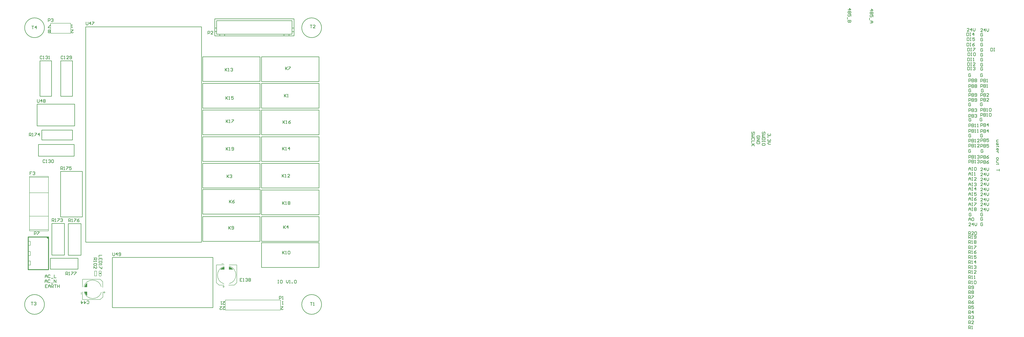
<source format=gto>
G04*
G04 #@! TF.GenerationSoftware,Altium Limited,Altium Designer,23.10.1 (27)*
G04*
G04 Layer_Color=65535*
%FSLAX25Y25*%
%MOIN*%
G70*
G04*
G04 #@! TF.SameCoordinates,11ED35D2-EC07-4038-AA85-49FD2C925FBF*
G04*
G04*
G04 #@! TF.FilePolarity,Positive*
G04*
G01*
G75*
%ADD10C,0.01000*%
%ADD11C,0.00500*%
%ADD12C,0.00787*%
%ADD13C,0.01500*%
G36*
X116400Y40000D02*
Y36700D01*
X113800Y39300D01*
X111800Y42900D01*
X111200Y45200D01*
X116400D01*
Y40000D01*
D02*
G37*
G36*
X116550Y59550D02*
Y54250D01*
X111250D01*
X111650Y56250D01*
X113900Y60100D01*
X116550Y62750D01*
Y59550D01*
D02*
G37*
G36*
X389400Y89300D02*
X380900D01*
X383500Y91900D01*
X387100Y93900D01*
X389400Y94500D01*
Y89300D01*
D02*
G37*
G36*
X400450Y94050D02*
X404300Y91800D01*
X406950Y89150D01*
X398450D01*
Y94450D01*
X400450Y94050D01*
D02*
G37*
D10*
X31496Y570866D02*
G03*
X31496Y570866I-19685J0D01*
G01*
Y19685D02*
G03*
X31496Y19685I-19685J0D01*
G01*
X582677Y570866D02*
G03*
X582677Y570866I-19685J0D01*
G01*
Y19685D02*
G03*
X582677Y19685I-19685J0D01*
G01*
X374120Y585221D02*
X523727D01*
X374120Y558221D02*
X523727D01*
X370183Y588650D02*
X527687D01*
X389851Y554792D02*
Y558221D01*
X380001Y554792D02*
Y558221D01*
X370160Y570425D02*
X373660D01*
X370160Y563375D02*
X373660D01*
Y558221D02*
Y585221D01*
X370160Y554792D02*
Y588650D01*
X527687Y554792D02*
Y588650D01*
X370183Y554792D02*
X527687D01*
X523687Y558221D02*
Y585221D01*
Y570350D02*
X527687D01*
X507947Y554792D02*
Y558221D01*
X517947Y554792D02*
Y558221D01*
X523687Y563221D02*
X527687D01*
X577418Y463858D02*
Y513070D01*
X463245D02*
X577418D01*
X463245Y463858D02*
Y513070D01*
Y463858D02*
X577418D01*
X577357Y410934D02*
Y460147D01*
X463184D02*
X577357D01*
X463184Y410934D02*
Y460147D01*
Y410934D02*
X577357D01*
Y357839D02*
Y407052D01*
X463184D02*
X577357D01*
X463184Y357839D02*
Y407052D01*
Y357839D02*
X577357D01*
Y304744D02*
Y353956D01*
X463184D02*
X577357D01*
X463184Y304744D02*
Y353956D01*
Y304744D02*
X577357D01*
X463184Y251648D02*
X577357D01*
X463184D02*
Y300861D01*
X577357D01*
Y251648D02*
Y300861D01*
Y198553D02*
Y247765D01*
X463184D02*
X577357D01*
X463184Y198553D02*
Y247765D01*
Y198553D02*
X577357D01*
Y145457D02*
Y194670D01*
X463184D02*
X577357D01*
X463184Y145457D02*
Y194670D01*
Y145457D02*
X577357D01*
Y93512D02*
Y142725D01*
X463184D02*
X577357D01*
X463184Y93512D02*
Y142725D01*
Y93512D02*
X577357D01*
X346045Y145457D02*
X460218D01*
X346045D02*
Y194670D01*
X460218D01*
Y145457D02*
Y194670D01*
X346184Y199758D02*
X460358D01*
X346184D02*
Y248970D01*
X460358D01*
Y199758D02*
Y248970D01*
X346045Y251658D02*
X460218D01*
X346045D02*
Y300870D01*
X460218D01*
Y251658D02*
Y300870D01*
X346045Y304757D02*
X460218D01*
X346045D02*
Y353970D01*
X460218D01*
Y304757D02*
Y353970D01*
X346045Y357857D02*
X460218D01*
X346045D02*
Y407070D01*
X460218D01*
Y357857D02*
Y407070D01*
X346045Y464057D02*
X460218D01*
X346045D02*
Y513270D01*
X460218D01*
Y464057D02*
Y513270D01*
X346045Y410957D02*
X460218D01*
X346045D02*
Y460170D01*
X460218D01*
Y410957D02*
Y460170D01*
X26068Y347358D02*
X87092D01*
Y367042D01*
X26068Y347358D02*
Y367042D01*
X87092D01*
X19521Y315089D02*
X90387D01*
Y338400D01*
X19521D02*
X89981D01*
X19521Y315089D02*
Y338400D01*
X366600Y13400D02*
Y113400D01*
X166600D02*
X366600D01*
X166600Y13400D02*
X366600D01*
X166600D02*
Y113400D01*
X98270Y90273D02*
Y111927D01*
X43152Y90273D02*
X98026D01*
X43152D02*
Y111927D01*
X98270D01*
X63900Y434395D02*
X87211D01*
X63900D02*
Y504855D01*
Y505261D02*
X87211D01*
Y434395D02*
Y505261D01*
X45988Y181176D02*
X71126D01*
X71264Y118184D02*
Y181176D01*
X45988Y118184D02*
X71264D01*
X45988D02*
Y181176D01*
X91590Y375346D02*
Y418653D01*
X16752Y375500D02*
Y418807D01*
X16787Y418653D02*
X91590D01*
X16787Y375346D02*
X91590D01*
X113487Y143839D02*
Y572973D01*
X343802D01*
X113487Y143839D02*
X343802D01*
Y572973D01*
X79026Y117952D02*
X104164D01*
X78888D02*
Y180944D01*
X104164D01*
Y117952D02*
Y180944D01*
X63446Y194209D02*
Y284761D01*
Y194209D02*
X106754D01*
X106754D02*
Y284761D01*
X63446D02*
X106447D01*
X22315Y505261D02*
X45626D01*
Y434800D02*
Y505261D01*
X22315Y434395D02*
X45626D01*
X22315D02*
Y505261D01*
X386064Y15622D02*
X390063D01*
X386064Y11623D01*
Y10624D01*
X387064Y9624D01*
X389063D01*
X390063Y10624D01*
X380066Y15622D02*
X384065D01*
X380066Y11623D01*
Y10624D01*
X381066Y9624D01*
X383065D01*
X384065Y10624D01*
X386064Y25622D02*
X390063D01*
X386064Y21623D01*
Y20624D01*
X387064Y19624D01*
X389063D01*
X390063Y20624D01*
X384065Y25622D02*
X382066D01*
X383065D01*
Y19624D01*
X384065Y20624D01*
X502064Y15622D02*
X506063D01*
X502064Y11623D01*
Y10624D01*
X503064Y9624D01*
X505063D01*
X506063Y10624D01*
Y25622D02*
X504064D01*
X505063D01*
Y19624D01*
X506063Y20624D01*
X84741Y566803D02*
X88740D01*
X84741Y562804D01*
Y561805D01*
X85741Y560805D01*
X87740D01*
X88740Y561805D01*
X86740Y576803D02*
X84741D01*
X85741D01*
Y570805D01*
X86740Y571805D01*
X42740Y570805D02*
X38741D01*
Y571805D01*
X42740Y575804D01*
Y576803D01*
Y561805D02*
X41741Y560805D01*
X39741D01*
X38741Y561805D01*
Y562804D01*
X39741Y563804D01*
X38741Y564804D01*
Y565803D01*
X39741Y566803D01*
X41741D01*
X42740Y565803D01*
Y564804D01*
X41741Y563804D01*
X42740Y562804D01*
Y561805D01*
X41741Y563804D02*
X39741D01*
X1913326Y530598D02*
Y524600D01*
X1916325D01*
X1917325Y525600D01*
Y529598D01*
X1916325Y530598D01*
X1913326D01*
X1919324D02*
X1921323D01*
X1920324D01*
Y524600D01*
X1919324D01*
X1921323D01*
X495600Y68098D02*
X497599D01*
X496600D01*
Y62100D01*
X495600D01*
X497599D01*
X503597Y68098D02*
X501598D01*
X500598Y67098D01*
Y63100D01*
X501598Y62100D01*
X503597D01*
X504597Y63100D01*
Y67098D01*
X503597Y68098D01*
X512595D02*
Y64099D01*
X514594Y62100D01*
X516593Y64099D01*
Y68098D01*
X518593Y62100D02*
X520592D01*
X519592D01*
Y68098D01*
X518593Y67098D01*
X523591Y62100D02*
Y63100D01*
X524591D01*
Y62100D01*
X523591D01*
X528589Y67098D02*
X529589Y68098D01*
X531588D01*
X532588Y67098D01*
Y63100D01*
X531588Y62100D01*
X529589D01*
X528589Y63100D01*
Y67098D01*
X1928825Y347600D02*
X1925826D01*
X1924826Y346600D01*
X1925826Y345601D01*
X1924826Y344601D01*
X1925826Y343601D01*
X1928825D01*
Y340602D02*
Y338603D01*
X1927825Y337603D01*
X1924826D01*
Y340602D01*
X1925826Y341602D01*
X1926825Y340602D01*
Y337603D01*
X1929824Y334604D02*
X1928825D01*
Y335604D01*
Y333605D01*
Y334604D01*
X1925826D01*
X1924826Y333605D01*
Y327607D02*
Y329606D01*
X1925826Y330606D01*
X1927825D01*
X1928825Y329606D01*
Y327607D01*
X1927825Y326607D01*
X1926825D01*
Y330606D01*
X1928825Y324607D02*
X1924826D01*
X1926825D01*
X1927825Y323608D01*
X1928825Y322608D01*
Y321608D01*
X1924826Y311612D02*
Y309612D01*
X1925826Y308613D01*
X1927825D01*
X1928825Y309612D01*
Y311612D01*
X1927825Y312611D01*
X1925826D01*
X1924826Y311612D01*
X1928825Y306613D02*
X1925826D01*
X1924826Y305614D01*
Y302615D01*
X1928825D01*
X1929824Y299616D02*
X1928825D01*
Y300615D01*
Y298616D01*
Y299616D01*
X1925826D01*
X1924826Y298616D01*
X1930824Y289619D02*
Y285620D01*
Y287619D01*
X1924826D01*
X1874325Y200798D02*
X1873325Y201798D01*
X1871326D01*
X1870326Y200798D01*
Y196800D01*
X1871326Y195800D01*
X1873325D01*
X1874325Y196800D01*
Y198799D01*
X1872325D01*
X1893426Y394600D02*
Y400598D01*
X1896425D01*
X1897425Y399598D01*
Y397599D01*
X1896425Y396599D01*
X1893426D01*
X1899424Y400598D02*
Y394600D01*
X1902423D01*
X1903423Y395600D01*
Y396599D01*
X1902423Y397599D01*
X1899424D01*
X1902423D01*
X1903423Y398599D01*
Y399598D01*
X1902423Y400598D01*
X1899424D01*
X1905422Y394600D02*
X1907421D01*
X1906422D01*
Y400598D01*
X1905422Y399598D01*
X1910420D02*
X1911420Y400598D01*
X1913420D01*
X1914419Y399598D01*
Y395600D01*
X1913420Y394600D01*
X1911420D01*
X1910420Y395600D01*
Y399598D01*
X1898125Y327498D02*
X1897125Y328498D01*
X1895126D01*
X1894126Y327498D01*
Y323500D01*
X1895126Y322500D01*
X1897125D01*
X1898125Y323500D01*
Y325499D01*
X1896125D01*
X1873625Y327398D02*
X1872625Y328398D01*
X1870626D01*
X1869626Y327398D01*
Y323400D01*
X1870626Y322400D01*
X1872625D01*
X1873625Y323400D01*
Y325399D01*
X1871625D01*
X1897025Y357998D02*
X1896025Y358998D01*
X1894026D01*
X1893026Y357998D01*
Y354000D01*
X1894026Y353000D01*
X1896025D01*
X1897025Y354000D01*
Y355999D01*
X1895025D01*
X1873725Y357998D02*
X1872725Y358998D01*
X1870726D01*
X1869726Y357998D01*
Y354000D01*
X1870726Y353000D01*
X1872725D01*
X1873725Y354000D01*
Y355999D01*
X1871725D01*
X1896225Y390198D02*
X1895225Y391198D01*
X1893226D01*
X1892226Y390198D01*
Y386200D01*
X1893226Y385200D01*
X1895225D01*
X1896225Y386200D01*
Y388199D01*
X1894225D01*
X1874025Y389698D02*
X1873025Y390698D01*
X1871026D01*
X1870026Y389698D01*
Y385700D01*
X1871026Y384700D01*
X1873025D01*
X1874025Y385700D01*
Y387699D01*
X1872025D01*
X1896825Y420398D02*
X1895825Y421398D01*
X1893826D01*
X1892826Y420398D01*
Y416400D01*
X1893826Y415400D01*
X1895825D01*
X1896825Y416400D01*
Y418399D01*
X1894825D01*
X1873625Y419998D02*
X1872625Y420998D01*
X1870626D01*
X1869626Y419998D01*
Y416000D01*
X1870626Y415000D01*
X1872625D01*
X1873625Y416000D01*
Y417999D01*
X1871625D01*
X1898725Y447898D02*
X1897725Y448898D01*
X1895726D01*
X1894726Y447898D01*
Y443900D01*
X1895726Y442900D01*
X1897725D01*
X1898725Y443900D01*
Y445899D01*
X1896725D01*
X1873725Y448198D02*
X1872725Y449198D01*
X1870726D01*
X1869726Y448198D01*
Y444200D01*
X1870726Y443200D01*
X1872725D01*
X1873725Y444200D01*
Y446199D01*
X1871725D01*
X1897125Y478398D02*
X1896125Y479398D01*
X1894126D01*
X1893126Y478398D01*
Y474400D01*
X1894126Y473400D01*
X1896125D01*
X1897125Y474400D01*
Y476399D01*
X1895125D01*
X1873325Y478498D02*
X1872325Y479498D01*
X1870326D01*
X1869326Y478498D01*
Y474500D01*
X1870326Y473500D01*
X1872325D01*
X1873325Y474500D01*
Y476499D01*
X1871325D01*
X1893526Y462700D02*
Y468698D01*
X1896525D01*
X1897525Y467698D01*
Y465699D01*
X1896525Y464699D01*
X1893526D01*
X1899524Y468698D02*
Y462700D01*
X1902523D01*
X1903523Y463700D01*
Y464699D01*
X1902523Y465699D01*
X1899524D01*
X1902523D01*
X1903523Y466699D01*
Y467698D01*
X1902523Y468698D01*
X1899524D01*
X1905522Y462700D02*
X1907521D01*
X1906522D01*
Y468698D01*
X1905522Y467698D01*
X1893526Y452100D02*
Y458098D01*
X1896525D01*
X1897525Y457098D01*
Y455099D01*
X1896525Y454099D01*
X1893526D01*
X1899524Y458098D02*
Y452100D01*
X1902523D01*
X1903523Y453100D01*
Y454099D01*
X1902523Y455099D01*
X1899524D01*
X1902523D01*
X1903523Y456099D01*
Y457098D01*
X1902523Y458098D01*
X1899524D01*
X1905522Y452100D02*
X1907521D01*
X1906522D01*
Y458098D01*
X1905522Y457098D01*
X1893526Y434000D02*
Y439998D01*
X1896525D01*
X1897525Y438998D01*
Y436999D01*
X1896525Y435999D01*
X1893526D01*
X1899524Y439998D02*
Y434000D01*
X1902523D01*
X1903523Y435000D01*
Y435999D01*
X1902523Y436999D01*
X1899524D01*
X1902523D01*
X1903523Y437999D01*
Y438998D01*
X1902523Y439998D01*
X1899524D01*
X1909521Y434000D02*
X1905522D01*
X1909521Y437999D01*
Y438998D01*
X1908521Y439998D01*
X1906522D01*
X1905522Y438998D01*
X1893526Y424400D02*
Y430398D01*
X1896525D01*
X1897525Y429398D01*
Y427399D01*
X1896525Y426399D01*
X1893526D01*
X1899524Y430398D02*
Y424400D01*
X1902523D01*
X1903523Y425400D01*
Y426399D01*
X1902523Y427399D01*
X1899524D01*
X1902523D01*
X1903523Y428399D01*
Y429398D01*
X1902523Y430398D01*
X1899524D01*
X1909521Y424400D02*
X1905522D01*
X1909521Y428399D01*
Y429398D01*
X1908521Y430398D01*
X1906522D01*
X1905522Y429398D01*
X1869926Y403900D02*
Y409898D01*
X1872925D01*
X1873925Y408898D01*
Y406899D01*
X1872925Y405899D01*
X1869926D01*
X1875924Y409898D02*
Y403900D01*
X1878923D01*
X1879923Y404900D01*
Y405899D01*
X1878923Y406899D01*
X1875924D01*
X1878923D01*
X1879923Y407899D01*
Y408898D01*
X1878923Y409898D01*
X1875924D01*
X1881922Y408898D02*
X1882922Y409898D01*
X1884921D01*
X1885921Y408898D01*
Y407899D01*
X1884921Y406899D01*
X1883921D01*
X1884921D01*
X1885921Y405899D01*
Y404900D01*
X1884921Y403900D01*
X1882922D01*
X1881922Y404900D01*
X1869926Y392500D02*
Y398498D01*
X1872925D01*
X1873925Y397498D01*
Y395499D01*
X1872925Y394499D01*
X1869926D01*
X1875924Y398498D02*
Y392500D01*
X1878923D01*
X1879923Y393500D01*
Y394499D01*
X1878923Y395499D01*
X1875924D01*
X1878923D01*
X1879923Y396499D01*
Y397498D01*
X1878923Y398498D01*
X1875924D01*
X1881922Y397498D02*
X1882922Y398498D01*
X1884921D01*
X1885921Y397498D01*
Y396499D01*
X1884921Y395499D01*
X1883921D01*
X1884921D01*
X1885921Y394499D01*
Y393500D01*
X1884921Y392500D01*
X1882922D01*
X1881922Y393500D01*
X1893526Y300600D02*
Y306598D01*
X1896525D01*
X1897525Y305598D01*
Y303599D01*
X1896525Y302599D01*
X1893526D01*
X1899524Y306598D02*
Y300600D01*
X1902523D01*
X1903523Y301600D01*
Y302599D01*
X1902523Y303599D01*
X1899524D01*
X1902523D01*
X1903523Y304599D01*
Y305598D01*
X1902523Y306598D01*
X1899524D01*
X1909521D02*
X1907521Y305598D01*
X1905522Y303599D01*
Y301600D01*
X1906522Y300600D01*
X1908521D01*
X1909521Y301600D01*
Y302599D01*
X1908521Y303599D01*
X1905522D01*
X1893526Y310500D02*
Y316498D01*
X1896525D01*
X1897525Y315498D01*
Y313499D01*
X1896525Y312499D01*
X1893526D01*
X1899524Y316498D02*
Y310500D01*
X1902523D01*
X1903523Y311500D01*
Y312499D01*
X1902523Y313499D01*
X1899524D01*
X1902523D01*
X1903523Y314499D01*
Y315498D01*
X1902523Y316498D01*
X1899524D01*
X1909521D02*
X1907521Y315498D01*
X1905522Y313499D01*
Y311500D01*
X1906522Y310500D01*
X1908521D01*
X1909521Y311500D01*
Y312499D01*
X1908521Y313499D01*
X1905522D01*
X1869926Y301500D02*
Y307498D01*
X1872925D01*
X1873925Y306498D01*
Y304499D01*
X1872925Y303499D01*
X1869926D01*
X1875924Y307498D02*
Y301500D01*
X1878923D01*
X1879923Y302500D01*
Y303499D01*
X1878923Y304499D01*
X1875924D01*
X1878923D01*
X1879923Y305499D01*
Y306498D01*
X1878923Y307498D01*
X1875924D01*
X1881922Y301500D02*
X1883921D01*
X1882922D01*
Y307498D01*
X1881922Y306498D01*
X1886921D02*
X1887920Y307498D01*
X1889920D01*
X1890919Y306498D01*
Y305499D01*
X1889920Y304499D01*
X1888920D01*
X1889920D01*
X1890919Y303499D01*
Y302500D01*
X1889920Y301500D01*
X1887920D01*
X1886921Y302500D01*
X1869926Y310900D02*
Y316898D01*
X1872925D01*
X1873925Y315898D01*
Y313899D01*
X1872925Y312899D01*
X1869926D01*
X1875924Y316898D02*
Y310900D01*
X1878923D01*
X1879923Y311900D01*
Y312899D01*
X1878923Y313899D01*
X1875924D01*
X1878923D01*
X1879923Y314899D01*
Y315898D01*
X1878923Y316898D01*
X1875924D01*
X1881922Y310900D02*
X1883921D01*
X1882922D01*
Y316898D01*
X1881922Y315898D01*
X1886921D02*
X1887920Y316898D01*
X1889920D01*
X1890919Y315898D01*
Y314899D01*
X1889920Y313899D01*
X1888920D01*
X1889920D01*
X1890919Y312899D01*
Y311900D01*
X1889920Y310900D01*
X1887920D01*
X1886921Y311900D01*
X1869926Y333200D02*
Y339198D01*
X1872925D01*
X1873925Y338198D01*
Y336199D01*
X1872925Y335199D01*
X1869926D01*
X1875924Y339198D02*
Y333200D01*
X1878923D01*
X1879923Y334200D01*
Y335199D01*
X1878923Y336199D01*
X1875924D01*
X1878923D01*
X1879923Y337199D01*
Y338198D01*
X1878923Y339198D01*
X1875924D01*
X1881922Y333200D02*
X1883921D01*
X1882922D01*
Y339198D01*
X1881922Y338198D01*
X1890919Y333200D02*
X1886921D01*
X1890919Y337199D01*
Y338198D01*
X1889920Y339198D01*
X1887920D01*
X1886921Y338198D01*
X1869926Y343200D02*
Y349198D01*
X1872925D01*
X1873925Y348198D01*
Y346199D01*
X1872925Y345199D01*
X1869926D01*
X1875924Y349198D02*
Y343200D01*
X1878923D01*
X1879923Y344200D01*
Y345199D01*
X1878923Y346199D01*
X1875924D01*
X1878923D01*
X1879923Y347199D01*
Y348198D01*
X1878923Y349198D01*
X1875924D01*
X1881922Y343200D02*
X1883921D01*
X1882922D01*
Y349198D01*
X1881922Y348198D01*
X1890919Y343200D02*
X1886921D01*
X1890919Y347199D01*
Y348198D01*
X1889920Y349198D01*
X1887920D01*
X1886921Y348198D01*
X1893526Y343900D02*
Y349898D01*
X1896525D01*
X1897525Y348898D01*
Y346899D01*
X1896525Y345899D01*
X1893526D01*
X1899524Y349898D02*
Y343900D01*
X1902523D01*
X1903523Y344900D01*
Y345899D01*
X1902523Y346899D01*
X1899524D01*
X1902523D01*
X1903523Y347899D01*
Y348898D01*
X1902523Y349898D01*
X1899524D01*
X1909521D02*
X1905522D01*
Y346899D01*
X1907521Y347899D01*
X1908521D01*
X1909521Y346899D01*
Y344900D01*
X1908521Y343900D01*
X1906522D01*
X1905522Y344900D01*
X1893526Y332700D02*
Y338698D01*
X1896525D01*
X1897525Y337698D01*
Y335699D01*
X1896525Y334699D01*
X1893526D01*
X1899524Y338698D02*
Y332700D01*
X1902523D01*
X1903523Y333700D01*
Y334699D01*
X1902523Y335699D01*
X1899524D01*
X1902523D01*
X1903523Y336699D01*
Y337698D01*
X1902523Y338698D01*
X1899524D01*
X1909521D02*
X1905522D01*
Y335699D01*
X1907521Y336699D01*
X1908521D01*
X1909521Y335699D01*
Y333700D01*
X1908521Y332700D01*
X1906522D01*
X1905522Y333700D01*
X1869926Y373600D02*
Y379598D01*
X1872925D01*
X1873925Y378598D01*
Y376599D01*
X1872925Y375599D01*
X1869926D01*
X1875924Y379598D02*
Y373600D01*
X1878923D01*
X1879923Y374600D01*
Y375599D01*
X1878923Y376599D01*
X1875924D01*
X1878923D01*
X1879923Y377599D01*
Y378598D01*
X1878923Y379598D01*
X1875924D01*
X1881922Y373600D02*
X1883921D01*
X1882922D01*
Y379598D01*
X1881922Y378598D01*
X1886921Y373600D02*
X1888920D01*
X1887920D01*
Y379598D01*
X1886921Y378598D01*
X1869926Y362500D02*
Y368498D01*
X1872925D01*
X1873925Y367498D01*
Y365499D01*
X1872925Y364499D01*
X1869926D01*
X1875924Y368498D02*
Y362500D01*
X1878923D01*
X1879923Y363500D01*
Y364499D01*
X1878923Y365499D01*
X1875924D01*
X1878923D01*
X1879923Y366499D01*
Y367498D01*
X1878923Y368498D01*
X1875924D01*
X1881922Y362500D02*
X1883921D01*
X1882922D01*
Y368498D01*
X1881922Y367498D01*
X1886921Y362500D02*
X1888920D01*
X1887920D01*
Y368498D01*
X1886921Y367498D01*
X1893526Y374100D02*
Y380098D01*
X1896525D01*
X1897525Y379098D01*
Y377099D01*
X1896525Y376099D01*
X1893526D01*
X1899524Y380098D02*
Y374100D01*
X1902523D01*
X1903523Y375100D01*
Y376099D01*
X1902523Y377099D01*
X1899524D01*
X1902523D01*
X1903523Y378099D01*
Y379098D01*
X1902523Y380098D01*
X1899524D01*
X1908521Y374100D02*
Y380098D01*
X1905522Y377099D01*
X1909521D01*
X1893526Y362000D02*
Y367998D01*
X1896525D01*
X1897525Y366998D01*
Y364999D01*
X1896525Y363999D01*
X1893526D01*
X1899524Y367998D02*
Y362000D01*
X1902523D01*
X1903523Y363000D01*
Y363999D01*
X1902523Y364999D01*
X1899524D01*
X1902523D01*
X1903523Y365999D01*
Y366998D01*
X1902523Y367998D01*
X1899524D01*
X1908521Y362000D02*
Y367998D01*
X1905522Y364999D01*
X1909521D01*
X1893526Y404600D02*
Y410598D01*
X1896525D01*
X1897525Y409598D01*
Y407599D01*
X1896525Y406599D01*
X1893526D01*
X1899524Y410598D02*
Y404600D01*
X1902523D01*
X1903523Y405600D01*
Y406599D01*
X1902523Y407599D01*
X1899524D01*
X1902523D01*
X1903523Y408599D01*
Y409598D01*
X1902523Y410598D01*
X1899524D01*
X1905522Y404600D02*
X1907521D01*
X1906522D01*
Y410598D01*
X1905522Y409598D01*
X1910521D02*
X1911520Y410598D01*
X1913520D01*
X1914519Y409598D01*
Y405600D01*
X1913520Y404600D01*
X1911520D01*
X1910521Y405600D01*
Y409598D01*
X1869926Y434200D02*
Y440198D01*
X1872925D01*
X1873925Y439198D01*
Y437199D01*
X1872925Y436199D01*
X1869926D01*
X1875924Y440198D02*
Y434200D01*
X1878923D01*
X1879923Y435200D01*
Y436199D01*
X1878923Y437199D01*
X1875924D01*
X1878923D01*
X1879923Y438199D01*
Y439198D01*
X1878923Y440198D01*
X1875924D01*
X1881922Y435200D02*
X1882922Y434200D01*
X1884921D01*
X1885921Y435200D01*
Y439198D01*
X1884921Y440198D01*
X1882922D01*
X1881922Y439198D01*
Y438199D01*
X1882922Y437199D01*
X1885921D01*
X1869926Y424100D02*
Y430098D01*
X1872925D01*
X1873925Y429098D01*
Y427099D01*
X1872925Y426099D01*
X1869926D01*
X1875924Y430098D02*
Y424100D01*
X1878923D01*
X1879923Y425100D01*
Y426099D01*
X1878923Y427099D01*
X1875924D01*
X1878923D01*
X1879923Y428099D01*
Y429098D01*
X1878923Y430098D01*
X1875924D01*
X1881922Y425100D02*
X1882922Y424100D01*
X1884921D01*
X1885921Y425100D01*
Y429098D01*
X1884921Y430098D01*
X1882922D01*
X1881922Y429098D01*
Y428099D01*
X1882922Y427099D01*
X1885921D01*
X1869926Y463000D02*
Y468998D01*
X1872925D01*
X1873925Y467998D01*
Y465999D01*
X1872925Y464999D01*
X1869926D01*
X1875924Y468998D02*
Y463000D01*
X1878923D01*
X1879923Y464000D01*
Y464999D01*
X1878923Y465999D01*
X1875924D01*
X1878923D01*
X1879923Y466999D01*
Y467998D01*
X1878923Y468998D01*
X1875924D01*
X1881922Y467998D02*
X1882922Y468998D01*
X1884921D01*
X1885921Y467998D01*
Y466999D01*
X1884921Y465999D01*
X1885921Y464999D01*
Y464000D01*
X1884921Y463000D01*
X1882922D01*
X1881922Y464000D01*
Y464999D01*
X1882922Y465999D01*
X1881922Y466999D01*
Y467998D01*
X1882922Y465999D02*
X1884921D01*
X1869926Y451900D02*
Y457898D01*
X1872925D01*
X1873925Y456898D01*
Y454899D01*
X1872925Y453899D01*
X1869926D01*
X1875924Y457898D02*
Y451900D01*
X1878923D01*
X1879923Y452900D01*
Y453899D01*
X1878923Y454899D01*
X1875924D01*
X1878923D01*
X1879923Y455899D01*
Y456898D01*
X1878923Y457898D01*
X1875924D01*
X1881922Y456898D02*
X1882922Y457898D01*
X1884921D01*
X1885921Y456898D01*
Y455899D01*
X1884921Y454899D01*
X1885921Y453899D01*
Y452900D01*
X1884921Y451900D01*
X1882922D01*
X1881922Y452900D01*
Y453899D01*
X1882922Y454899D01*
X1881922Y455899D01*
Y456898D01*
X1882922Y454899D02*
X1884921D01*
X1869926Y286900D02*
Y290899D01*
X1871925Y292898D01*
X1873925Y290899D01*
Y286900D01*
Y289899D01*
X1869926D01*
X1875924Y292898D02*
X1877923D01*
X1876924D01*
Y286900D01*
X1875924D01*
X1877923D01*
X1880923Y291898D02*
X1881922Y292898D01*
X1883921D01*
X1884921Y291898D01*
Y287900D01*
X1883921Y286900D01*
X1881922D01*
X1880923Y287900D01*
Y291898D01*
X1869926Y276900D02*
Y280899D01*
X1871925Y282898D01*
X1873925Y280899D01*
Y276900D01*
Y279899D01*
X1869926D01*
X1875924Y282898D02*
X1877923D01*
X1876924D01*
Y276900D01*
X1875924D01*
X1877923D01*
X1880923D02*
X1882922D01*
X1881922D01*
Y282898D01*
X1880923Y281898D01*
X1869926Y266700D02*
Y270699D01*
X1871925Y272698D01*
X1873925Y270699D01*
Y266700D01*
Y269699D01*
X1869926D01*
X1875924Y272698D02*
X1877923D01*
X1876924D01*
Y266700D01*
X1875924D01*
X1877923D01*
X1884921D02*
X1880923D01*
X1884921Y270699D01*
Y271698D01*
X1883921Y272698D01*
X1881922D01*
X1880923Y271698D01*
X1869926Y255900D02*
Y259899D01*
X1871925Y261898D01*
X1873925Y259899D01*
Y255900D01*
Y258899D01*
X1869926D01*
X1875924Y261898D02*
X1877923D01*
X1876924D01*
Y255900D01*
X1875924D01*
X1877923D01*
X1880923Y260898D02*
X1881922Y261898D01*
X1883921D01*
X1884921Y260898D01*
Y259899D01*
X1883921Y258899D01*
X1882922D01*
X1883921D01*
X1884921Y257899D01*
Y256900D01*
X1883921Y255900D01*
X1881922D01*
X1880923Y256900D01*
X1869926Y246900D02*
Y250899D01*
X1871925Y252898D01*
X1873925Y250899D01*
Y246900D01*
Y249899D01*
X1869926D01*
X1875924Y252898D02*
X1877923D01*
X1876924D01*
Y246900D01*
X1875924D01*
X1877923D01*
X1883921D02*
Y252898D01*
X1880923Y249899D01*
X1884921D01*
X1869926Y236600D02*
Y240599D01*
X1871925Y242598D01*
X1873925Y240599D01*
Y236600D01*
Y239599D01*
X1869926D01*
X1875924Y242598D02*
X1877923D01*
X1876924D01*
Y236600D01*
X1875924D01*
X1877923D01*
X1884921Y242598D02*
X1880923D01*
Y239599D01*
X1882922Y240599D01*
X1883921D01*
X1884921Y239599D01*
Y237600D01*
X1883921Y236600D01*
X1881922D01*
X1880923Y237600D01*
X1869926Y226800D02*
Y230799D01*
X1871925Y232798D01*
X1873925Y230799D01*
Y226800D01*
Y229799D01*
X1869926D01*
X1875924Y232798D02*
X1877923D01*
X1876924D01*
Y226800D01*
X1875924D01*
X1877923D01*
X1884921Y232798D02*
X1882922Y231798D01*
X1880923Y229799D01*
Y227800D01*
X1881922Y226800D01*
X1883921D01*
X1884921Y227800D01*
Y228799D01*
X1883921Y229799D01*
X1880923D01*
X1869926Y216200D02*
Y220199D01*
X1871925Y222198D01*
X1873925Y220199D01*
Y216200D01*
Y219199D01*
X1869926D01*
X1875924Y222198D02*
X1877923D01*
X1876924D01*
Y216200D01*
X1875924D01*
X1877923D01*
X1880923Y222198D02*
X1884921D01*
Y221198D01*
X1880923Y217200D01*
Y216200D01*
X1869926Y206400D02*
Y210399D01*
X1871925Y212398D01*
X1873925Y210399D01*
Y206400D01*
Y209399D01*
X1869926D01*
X1875924Y212398D02*
X1877923D01*
X1876924D01*
Y206400D01*
X1875924D01*
X1877923D01*
X1880923Y211398D02*
X1881922Y212398D01*
X1883921D01*
X1884921Y211398D01*
Y210399D01*
X1883921Y209399D01*
X1884921Y208399D01*
Y207400D01*
X1883921Y206400D01*
X1881922D01*
X1880923Y207400D01*
Y208399D01*
X1881922Y209399D01*
X1880923Y210399D01*
Y211398D01*
X1881922Y209399D02*
X1883921D01*
X1869926Y186400D02*
Y190399D01*
X1871925Y192398D01*
X1873925Y190399D01*
Y186400D01*
Y189399D01*
X1869926D01*
X1878923Y192398D02*
X1876924D01*
X1875924Y191398D01*
Y187400D01*
X1876924Y186400D01*
X1878923D01*
X1879923Y187400D01*
Y191398D01*
X1878923Y192398D01*
X1873925Y176000D02*
X1869926D01*
X1873925Y179999D01*
Y180998D01*
X1872925Y181998D01*
X1870926D01*
X1869926Y180998D01*
X1878923Y176000D02*
Y181998D01*
X1875924Y178999D01*
X1879923D01*
X1881922Y181998D02*
Y177999D01*
X1883921Y176000D01*
X1885921Y177999D01*
Y181998D01*
X1897525Y205900D02*
X1893526D01*
X1897525Y209899D01*
Y210898D01*
X1896525Y211898D01*
X1894526D01*
X1893526Y210898D01*
X1902523Y205900D02*
Y211898D01*
X1899524Y208899D01*
X1903523D01*
X1905522Y211898D02*
Y207899D01*
X1907521Y205900D01*
X1909521Y207899D01*
Y211898D01*
X1897525Y216000D02*
X1893526D01*
X1897525Y219999D01*
Y220998D01*
X1896525Y221998D01*
X1894526D01*
X1893526Y220998D01*
X1902523Y216000D02*
Y221998D01*
X1899524Y218999D01*
X1903523D01*
X1905522Y221998D02*
Y217999D01*
X1907521Y216000D01*
X1909521Y217999D01*
Y221998D01*
X1897525Y225500D02*
X1893526D01*
X1897525Y229499D01*
Y230498D01*
X1896525Y231498D01*
X1894526D01*
X1893526Y230498D01*
X1902523Y225500D02*
Y231498D01*
X1899524Y228499D01*
X1903523D01*
X1905522Y231498D02*
Y227499D01*
X1907521Y225500D01*
X1909521Y227499D01*
Y231498D01*
X1897525Y236200D02*
X1893526D01*
X1897525Y240199D01*
Y241198D01*
X1896525Y242198D01*
X1894526D01*
X1893526Y241198D01*
X1902523Y236200D02*
Y242198D01*
X1899524Y239199D01*
X1903523D01*
X1905522Y242198D02*
Y238199D01*
X1907521Y236200D01*
X1909521Y238199D01*
Y242198D01*
X1897525Y245900D02*
X1893526D01*
X1897525Y249899D01*
Y250898D01*
X1896525Y251898D01*
X1894526D01*
X1893526Y250898D01*
X1902523Y245900D02*
Y251898D01*
X1899524Y248899D01*
X1903523D01*
X1905522Y251898D02*
Y247899D01*
X1907521Y245900D01*
X1909521Y247899D01*
Y251898D01*
X1897525Y256000D02*
X1893526D01*
X1897525Y259999D01*
Y260998D01*
X1896525Y261998D01*
X1894526D01*
X1893526Y260998D01*
X1902523Y256000D02*
Y261998D01*
X1899524Y258999D01*
X1903523D01*
X1905522Y261998D02*
Y257999D01*
X1907521Y256000D01*
X1909521Y257999D01*
Y261998D01*
X1897525Y265900D02*
X1893526D01*
X1897525Y269899D01*
Y270898D01*
X1896525Y271898D01*
X1894526D01*
X1893526Y270898D01*
X1902523Y265900D02*
Y271898D01*
X1899524Y268899D01*
X1903523D01*
X1905522Y271898D02*
Y267899D01*
X1907521Y265900D01*
X1909521Y267899D01*
Y271898D01*
X1897525Y275900D02*
X1893526D01*
X1897525Y279899D01*
Y280898D01*
X1896525Y281898D01*
X1894526D01*
X1893526Y280898D01*
X1902523Y275900D02*
Y281898D01*
X1899524Y278899D01*
X1903523D01*
X1905522Y281898D02*
Y277899D01*
X1907521Y275900D01*
X1909521Y277899D01*
Y281898D01*
X1897525Y285800D02*
X1893526D01*
X1897525Y289799D01*
Y290798D01*
X1896525Y291798D01*
X1894526D01*
X1893526Y290798D01*
X1902523Y285800D02*
Y291798D01*
X1899524Y288799D01*
X1903523D01*
X1905522Y291798D02*
Y287799D01*
X1907521Y285800D01*
X1909521Y287799D01*
Y291798D01*
X1897525Y201198D02*
X1896525Y202198D01*
X1894526D01*
X1893526Y201198D01*
Y197200D01*
X1894526Y196200D01*
X1896525D01*
X1897525Y197200D01*
Y199199D01*
X1895525D01*
X1897525Y191998D02*
X1896525Y192998D01*
X1894526D01*
X1893526Y191998D01*
Y188000D01*
X1894526Y187000D01*
X1896525D01*
X1897525Y188000D01*
Y189999D01*
X1895525D01*
X1897525Y181398D02*
X1896525Y182398D01*
X1894526D01*
X1893526Y181398D01*
Y177400D01*
X1894526Y176400D01*
X1896525D01*
X1897525Y177400D01*
Y179399D01*
X1895525D01*
X1869426Y-28700D02*
Y-22702D01*
X1872425D01*
X1873425Y-23702D01*
Y-25701D01*
X1872425Y-26701D01*
X1869426D01*
X1871425D02*
X1873425Y-28700D01*
X1875424D02*
X1877423D01*
X1876424D01*
Y-22702D01*
X1875424Y-23702D01*
X1869426Y-18800D02*
Y-12802D01*
X1872425D01*
X1873425Y-13802D01*
Y-15801D01*
X1872425Y-16801D01*
X1869426D01*
X1871425D02*
X1873425Y-18800D01*
X1879423D02*
X1875424D01*
X1879423Y-14801D01*
Y-13802D01*
X1878423Y-12802D01*
X1876424D01*
X1875424Y-13802D01*
X1869426Y-8900D02*
Y-2902D01*
X1872425D01*
X1873425Y-3902D01*
Y-5901D01*
X1872425Y-6901D01*
X1869426D01*
X1871425D02*
X1873425Y-8900D01*
X1875424Y-3902D02*
X1876424Y-2902D01*
X1878423D01*
X1879423Y-3902D01*
Y-4901D01*
X1878423Y-5901D01*
X1877423D01*
X1878423D01*
X1879423Y-6901D01*
Y-7900D01*
X1878423Y-8900D01*
X1876424D01*
X1875424Y-7900D01*
X1869426Y1100D02*
Y7098D01*
X1872425D01*
X1873425Y6098D01*
Y4099D01*
X1872425Y3099D01*
X1869426D01*
X1871425D02*
X1873425Y1100D01*
X1878423D02*
Y7098D01*
X1875424Y4099D01*
X1879423D01*
X1869426Y11100D02*
Y17098D01*
X1872425D01*
X1873425Y16098D01*
Y14099D01*
X1872425Y13099D01*
X1869426D01*
X1871425D02*
X1873425Y11100D01*
X1879423Y17098D02*
X1875424D01*
Y14099D01*
X1877423Y15099D01*
X1878423D01*
X1879423Y14099D01*
Y12100D01*
X1878423Y11100D01*
X1876424D01*
X1875424Y12100D01*
X1869426Y21000D02*
Y26998D01*
X1872425D01*
X1873425Y25998D01*
Y23999D01*
X1872425Y22999D01*
X1869426D01*
X1871425D02*
X1873425Y21000D01*
X1879423Y26998D02*
X1877423Y25998D01*
X1875424Y23999D01*
Y22000D01*
X1876424Y21000D01*
X1878423D01*
X1879423Y22000D01*
Y22999D01*
X1878423Y23999D01*
X1875424D01*
X1869426Y31300D02*
Y37298D01*
X1872425D01*
X1873425Y36298D01*
Y34299D01*
X1872425Y33299D01*
X1869426D01*
X1871425D02*
X1873425Y31300D01*
X1875424Y37298D02*
X1879423D01*
Y36298D01*
X1875424Y32300D01*
Y31300D01*
X1869426Y41200D02*
Y47198D01*
X1872425D01*
X1873425Y46198D01*
Y44199D01*
X1872425Y43199D01*
X1869426D01*
X1871425D02*
X1873425Y41200D01*
X1875424Y46198D02*
X1876424Y47198D01*
X1878423D01*
X1879423Y46198D01*
Y45199D01*
X1878423Y44199D01*
X1879423Y43199D01*
Y42200D01*
X1878423Y41200D01*
X1876424D01*
X1875424Y42200D01*
Y43199D01*
X1876424Y44199D01*
X1875424Y45199D01*
Y46198D01*
X1876424Y44199D02*
X1878423D01*
X1869426Y50900D02*
Y56898D01*
X1872425D01*
X1873425Y55898D01*
Y53899D01*
X1872425Y52899D01*
X1869426D01*
X1871425D02*
X1873425Y50900D01*
X1875424Y51900D02*
X1876424Y50900D01*
X1878423D01*
X1879423Y51900D01*
Y55898D01*
X1878423Y56898D01*
X1876424D01*
X1875424Y55898D01*
Y54899D01*
X1876424Y53899D01*
X1879423D01*
X1869426Y60900D02*
Y66898D01*
X1872425D01*
X1873425Y65898D01*
Y63899D01*
X1872425Y62899D01*
X1869426D01*
X1871425D02*
X1873425Y60900D01*
X1875424D02*
X1877423D01*
X1876424D01*
Y66898D01*
X1875424Y65898D01*
X1880423D02*
X1881422Y66898D01*
X1883422D01*
X1884421Y65898D01*
Y61900D01*
X1883422Y60900D01*
X1881422D01*
X1880423Y61900D01*
Y65898D01*
X1869426Y71300D02*
Y77298D01*
X1872425D01*
X1873425Y76298D01*
Y74299D01*
X1872425Y73299D01*
X1869426D01*
X1871425D02*
X1873425Y71300D01*
X1875424D02*
X1877423D01*
X1876424D01*
Y77298D01*
X1875424Y76298D01*
X1880423Y71300D02*
X1882422D01*
X1881422D01*
Y77298D01*
X1880423Y76298D01*
X1869426Y81400D02*
Y87398D01*
X1872425D01*
X1873425Y86398D01*
Y84399D01*
X1872425Y83399D01*
X1869426D01*
X1871425D02*
X1873425Y81400D01*
X1875424D02*
X1877423D01*
X1876424D01*
Y87398D01*
X1875424Y86398D01*
X1884421Y81400D02*
X1880423D01*
X1884421Y85399D01*
Y86398D01*
X1883422Y87398D01*
X1881422D01*
X1880423Y86398D01*
X1869426Y91300D02*
Y97298D01*
X1872425D01*
X1873425Y96298D01*
Y94299D01*
X1872425Y93299D01*
X1869426D01*
X1871425D02*
X1873425Y91300D01*
X1875424D02*
X1877423D01*
X1876424D01*
Y97298D01*
X1875424Y96298D01*
X1880423D02*
X1881422Y97298D01*
X1883422D01*
X1884421Y96298D01*
Y95299D01*
X1883422Y94299D01*
X1882422D01*
X1883422D01*
X1884421Y93299D01*
Y92300D01*
X1883422Y91300D01*
X1881422D01*
X1880423Y92300D01*
X1869426Y101100D02*
Y107098D01*
X1872425D01*
X1873425Y106098D01*
Y104099D01*
X1872425Y103099D01*
X1869426D01*
X1871425D02*
X1873425Y101100D01*
X1875424D02*
X1877423D01*
X1876424D01*
Y107098D01*
X1875424Y106098D01*
X1883422Y101100D02*
Y107098D01*
X1880423Y104099D01*
X1884421D01*
X1869426Y111100D02*
Y117098D01*
X1872425D01*
X1873425Y116098D01*
Y114099D01*
X1872425Y113099D01*
X1869426D01*
X1871425D02*
X1873425Y111100D01*
X1875424D02*
X1877423D01*
X1876424D01*
Y117098D01*
X1875424Y116098D01*
X1884421Y117098D02*
X1880423D01*
Y114099D01*
X1882422Y115099D01*
X1883422D01*
X1884421Y114099D01*
Y112100D01*
X1883422Y111100D01*
X1881422D01*
X1880423Y112100D01*
X1869426Y121200D02*
Y127198D01*
X1872425D01*
X1873425Y126198D01*
Y124199D01*
X1872425Y123199D01*
X1869426D01*
X1871425D02*
X1873425Y121200D01*
X1875424D02*
X1877423D01*
X1876424D01*
Y127198D01*
X1875424Y126198D01*
X1884421Y127198D02*
X1882422Y126198D01*
X1880423Y124199D01*
Y122200D01*
X1881422Y121200D01*
X1883422D01*
X1884421Y122200D01*
Y123199D01*
X1883422Y124199D01*
X1880423D01*
X1869426Y130600D02*
Y136598D01*
X1872425D01*
X1873425Y135598D01*
Y133599D01*
X1872425Y132599D01*
X1869426D01*
X1871425D02*
X1873425Y130600D01*
X1875424D02*
X1877423D01*
X1876424D01*
Y136598D01*
X1875424Y135598D01*
X1880423Y136598D02*
X1884421D01*
Y135598D01*
X1880423Y131600D01*
Y130600D01*
X1869426Y141000D02*
Y146998D01*
X1872425D01*
X1873425Y145998D01*
Y143999D01*
X1872425Y142999D01*
X1869426D01*
X1871425D02*
X1873425Y141000D01*
X1875424D02*
X1877423D01*
X1876424D01*
Y146998D01*
X1875424Y145998D01*
X1880423D02*
X1881422Y146998D01*
X1883422D01*
X1884421Y145998D01*
Y144999D01*
X1883422Y143999D01*
X1884421Y142999D01*
Y142000D01*
X1883422Y141000D01*
X1881422D01*
X1880423Y142000D01*
Y142999D01*
X1881422Y143999D01*
X1880423Y144999D01*
Y145998D01*
X1881422Y143999D02*
X1883422D01*
X1869426Y151000D02*
Y156998D01*
X1872425D01*
X1873425Y155998D01*
Y153999D01*
X1872425Y152999D01*
X1869426D01*
X1871425D02*
X1873425Y151000D01*
X1875424D02*
X1877423D01*
X1876424D01*
Y156998D01*
X1875424Y155998D01*
X1880423Y152000D02*
X1881422Y151000D01*
X1883422D01*
X1884421Y152000D01*
Y155998D01*
X1883422Y156998D01*
X1881422D01*
X1880423Y155998D01*
Y154999D01*
X1881422Y153999D01*
X1884421D01*
X1869426Y158700D02*
Y164698D01*
X1872425D01*
X1873425Y163698D01*
Y161699D01*
X1872425Y160699D01*
X1869426D01*
X1871425D02*
X1873425Y158700D01*
X1879423D02*
X1875424D01*
X1879423Y162699D01*
Y163698D01*
X1878423Y164698D01*
X1876424D01*
X1875424Y163698D01*
X1881422D02*
X1882422Y164698D01*
X1884421D01*
X1885421Y163698D01*
Y159700D01*
X1884421Y158700D01*
X1882422D01*
X1881422Y159700D01*
Y163698D01*
X1870525Y563800D02*
X1866526D01*
X1870525Y567799D01*
Y568798D01*
X1869525Y569798D01*
X1867526D01*
X1866526Y568798D01*
X1875523Y563800D02*
Y569798D01*
X1872524Y566799D01*
X1876523D01*
X1878522Y569798D02*
Y565799D01*
X1880522Y563800D01*
X1882521Y565799D01*
Y569798D01*
X1897525Y563200D02*
X1893526D01*
X1897525Y567199D01*
Y568198D01*
X1896525Y569198D01*
X1894526D01*
X1893526Y568198D01*
X1902523Y563200D02*
Y569198D01*
X1899524Y566199D01*
X1903523D01*
X1905522Y569198D02*
Y565199D01*
X1907521Y563200D01*
X1909521Y565199D01*
Y569198D01*
X1897525Y559198D02*
X1896525Y560198D01*
X1894526D01*
X1893526Y559198D01*
Y555200D01*
X1894526Y554200D01*
X1896525D01*
X1897525Y555200D01*
Y557199D01*
X1895525D01*
X1897525Y549598D02*
X1896525Y550598D01*
X1894526D01*
X1893526Y549598D01*
Y545600D01*
X1894526Y544600D01*
X1896525D01*
X1897525Y545600D01*
Y547599D01*
X1895525D01*
X1897525Y539398D02*
X1896525Y540398D01*
X1894526D01*
X1893526Y539398D01*
Y535400D01*
X1894526Y534400D01*
X1896525D01*
X1897525Y535400D01*
Y537399D01*
X1895525D01*
X1897525Y528898D02*
X1896525Y529898D01*
X1894526D01*
X1893526Y528898D01*
Y524900D01*
X1894526Y523900D01*
X1896525D01*
X1897525Y524900D01*
Y526899D01*
X1895525D01*
X1897525Y519198D02*
X1896525Y520198D01*
X1894526D01*
X1893526Y519198D01*
Y515200D01*
X1894526Y514200D01*
X1896525D01*
X1897525Y515200D01*
Y517199D01*
X1895525D01*
X1897525Y509398D02*
X1896525Y510398D01*
X1894526D01*
X1893526Y509398D01*
Y505400D01*
X1894526Y504400D01*
X1896525D01*
X1897525Y505400D01*
Y507399D01*
X1895525D01*
X1897525Y499498D02*
X1896525Y500498D01*
X1894526D01*
X1893526Y499498D01*
Y495500D01*
X1894526Y494500D01*
X1896525D01*
X1897525Y495500D01*
Y497499D01*
X1895525D01*
X1897525Y490998D02*
X1896525Y491998D01*
X1894526D01*
X1893526Y490998D01*
Y487000D01*
X1894526Y486000D01*
X1896525D01*
X1897525Y487000D01*
Y488999D01*
X1895525D01*
X1868026Y521198D02*
Y515200D01*
X1871025D01*
X1872025Y516200D01*
Y520198D01*
X1871025Y521198D01*
X1868026D01*
X1874024D02*
X1876023D01*
X1875024D01*
Y515200D01*
X1874024D01*
X1876023D01*
X1879022Y520198D02*
X1880022Y521198D01*
X1882022D01*
X1883021Y520198D01*
Y516200D01*
X1882022Y515200D01*
X1880022D01*
X1879022Y516200D01*
Y520198D01*
X1867626Y510898D02*
Y504900D01*
X1870625D01*
X1871625Y505900D01*
Y509898D01*
X1870625Y510898D01*
X1867626D01*
X1873624D02*
X1875623D01*
X1874624D01*
Y504900D01*
X1873624D01*
X1875623D01*
X1878622D02*
X1880622D01*
X1879622D01*
Y510898D01*
X1878622Y509898D01*
X1867626Y501498D02*
Y495500D01*
X1870625D01*
X1871625Y496500D01*
Y500498D01*
X1870625Y501498D01*
X1867626D01*
X1873624D02*
X1875623D01*
X1874624D01*
Y495500D01*
X1873624D01*
X1875623D01*
X1882621D02*
X1878622D01*
X1882621Y499499D01*
Y500498D01*
X1881622Y501498D01*
X1879622D01*
X1878622Y500498D01*
X1867526Y492698D02*
Y486700D01*
X1870525D01*
X1871525Y487700D01*
Y491698D01*
X1870525Y492698D01*
X1867526D01*
X1873524D02*
X1875523D01*
X1874524D01*
Y486700D01*
X1873524D01*
X1875523D01*
X1878522Y491698D02*
X1879522Y492698D01*
X1881521D01*
X1882521Y491698D01*
Y490699D01*
X1881521Y489699D01*
X1880522D01*
X1881521D01*
X1882521Y488699D01*
Y487700D01*
X1881521Y486700D01*
X1879522D01*
X1878522Y487700D01*
X1865926Y560798D02*
Y554800D01*
X1868925D01*
X1869925Y555800D01*
Y559798D01*
X1868925Y560798D01*
X1865926D01*
X1871924D02*
X1873923D01*
X1872924D01*
Y554800D01*
X1871924D01*
X1873923D01*
X1879922D02*
Y560798D01*
X1876922Y557799D01*
X1880921D01*
X1866326Y551098D02*
Y545100D01*
X1869325D01*
X1870325Y546100D01*
Y550098D01*
X1869325Y551098D01*
X1866326D01*
X1872324D02*
X1874323D01*
X1873324D01*
Y545100D01*
X1872324D01*
X1874323D01*
X1881321Y551098D02*
X1877323D01*
Y548099D01*
X1879322Y549099D01*
X1880322D01*
X1881321Y548099D01*
Y546100D01*
X1880322Y545100D01*
X1878322D01*
X1877323Y546100D01*
X1866026Y540398D02*
Y534400D01*
X1869025D01*
X1870025Y535400D01*
Y539398D01*
X1869025Y540398D01*
X1866026D01*
X1872024D02*
X1874023D01*
X1873024D01*
Y534400D01*
X1872024D01*
X1874023D01*
X1881021Y540398D02*
X1879022Y539398D01*
X1877023Y537399D01*
Y535400D01*
X1878022Y534400D01*
X1880021D01*
X1881021Y535400D01*
Y536399D01*
X1880021Y537399D01*
X1877023D01*
X1867526Y530498D02*
Y524500D01*
X1870525D01*
X1871525Y525500D01*
Y529498D01*
X1870525Y530498D01*
X1867526D01*
X1873524D02*
X1875523D01*
X1874524D01*
Y524500D01*
X1873524D01*
X1875523D01*
X1878522Y530498D02*
X1882521D01*
Y529498D01*
X1878522Y525500D01*
Y524500D01*
X1474924Y359800D02*
X1475924Y358800D01*
Y356801D01*
X1474924Y355801D01*
X1473925D01*
X1472925Y356801D01*
Y357801D01*
Y356801D01*
X1471925Y355801D01*
X1470926D01*
X1469926Y356801D01*
Y358800D01*
X1470926Y359800D01*
X1469926Y353802D02*
X1470926D01*
Y352802D01*
X1469926D01*
Y353802D01*
X1474924Y348804D02*
X1475924Y347804D01*
Y345805D01*
X1474924Y344805D01*
X1473925D01*
X1472925Y345805D01*
Y346804D01*
Y345805D01*
X1471925Y344805D01*
X1470926D01*
X1469926Y345805D01*
Y347804D01*
X1470926Y348804D01*
X1475924Y342806D02*
X1471925D01*
X1469926Y340806D01*
X1471925Y338807D01*
X1475924D01*
X1463924Y359501D02*
X1464924Y360501D01*
Y362500D01*
X1463924Y363500D01*
X1462925D01*
X1461925Y362500D01*
Y360501D01*
X1460925Y359501D01*
X1459926D01*
X1458926Y360501D01*
Y362500D01*
X1459926Y363500D01*
X1464924Y357502D02*
X1458926D01*
X1460925Y355503D01*
X1458926Y353503D01*
X1464924D01*
Y351504D02*
X1458926D01*
Y348505D01*
X1459926Y347505D01*
X1463924D01*
X1464924Y348505D01*
Y351504D01*
Y345506D02*
Y343507D01*
Y344506D01*
X1458926D01*
Y345506D01*
Y343507D01*
X1464924Y337509D02*
Y339508D01*
X1463924Y340508D01*
X1459926D01*
X1458926Y339508D01*
Y337509D01*
X1459926Y336509D01*
X1463924D01*
X1464924Y337509D01*
X1453124Y351901D02*
X1454124Y352901D01*
Y354900D01*
X1453124Y355900D01*
X1449126D01*
X1448126Y354900D01*
Y352901D01*
X1449126Y351901D01*
X1451125D01*
Y353901D01*
X1448126Y349902D02*
X1454124D01*
X1448126Y345903D01*
X1454124D01*
Y343904D02*
X1448126D01*
Y340905D01*
X1449126Y339905D01*
X1453124D01*
X1454124Y340905D01*
Y343904D01*
X1442824Y359401D02*
X1443824Y360401D01*
Y362400D01*
X1442824Y363400D01*
X1441825D01*
X1440825Y362400D01*
Y360401D01*
X1439825Y359401D01*
X1438826D01*
X1437826Y360401D01*
Y362400D01*
X1438826Y363400D01*
X1443824Y357402D02*
X1437826D01*
X1439825Y355403D01*
X1437826Y353403D01*
X1443824D01*
X1442824Y347405D02*
X1443824Y348405D01*
Y350404D01*
X1442824Y351404D01*
X1438826D01*
X1437826Y350404D01*
Y348405D01*
X1438826Y347405D01*
X1443824Y345406D02*
X1437826D01*
Y341407D01*
X1443824Y339408D02*
X1437826D01*
X1439825D01*
X1443824Y335409D01*
X1440825Y338408D01*
X1437826Y335409D01*
X1629526Y606701D02*
X1635524D01*
X1632525Y609700D01*
Y605701D01*
X1634524Y603702D02*
X1635524Y602702D01*
Y600703D01*
X1634524Y599703D01*
X1633525D01*
X1632525Y600703D01*
X1631525Y599703D01*
X1630526D01*
X1629526Y600703D01*
Y602702D01*
X1630526Y603702D01*
X1631525D01*
X1632525Y602702D01*
X1633525Y603702D01*
X1634524D01*
X1632525Y602702D02*
Y600703D01*
X1635524Y593705D02*
Y597704D01*
X1632525D01*
X1633525Y595705D01*
Y594705D01*
X1632525Y593705D01*
X1630526D01*
X1629526Y594705D01*
Y596704D01*
X1630526Y597704D01*
X1628526Y591706D02*
Y587707D01*
X1635524Y585708D02*
X1629526D01*
Y582709D01*
X1630526Y581709D01*
X1631525D01*
X1632525Y582709D01*
Y585708D01*
Y582709D01*
X1633525Y581709D01*
X1634524D01*
X1635524Y582709D01*
Y585708D01*
X1673526Y605401D02*
X1679524D01*
X1676525Y608400D01*
Y604401D01*
X1678524Y602402D02*
X1679524Y601402D01*
Y599403D01*
X1678524Y598403D01*
X1677525D01*
X1676525Y599403D01*
X1675525Y598403D01*
X1674526D01*
X1673526Y599403D01*
Y601402D01*
X1674526Y602402D01*
X1675525D01*
X1676525Y601402D01*
X1677525Y602402D01*
X1678524D01*
X1676525Y601402D02*
Y599403D01*
X1679524Y592405D02*
Y596404D01*
X1676525D01*
X1677525Y594405D01*
Y593405D01*
X1676525Y592405D01*
X1674526D01*
X1673526Y593405D01*
Y595404D01*
X1674526Y596404D01*
X1672526Y590406D02*
Y586407D01*
X1673526Y584408D02*
X1677525D01*
X1679524Y582409D01*
X1677525Y580409D01*
X1673526D01*
X1676525D01*
Y584408D01*
X36999Y59298D02*
X33000D01*
Y53300D01*
X36999D01*
X33000Y56299D02*
X34999D01*
X38998Y53300D02*
Y57299D01*
X40997Y59298D01*
X42997Y57299D01*
Y53300D01*
Y56299D01*
X38998D01*
X44996Y53300D02*
Y59298D01*
X47995D01*
X48995Y58298D01*
Y56299D01*
X47995Y55299D01*
X44996D01*
X46995D02*
X48995Y53300D01*
X50994Y59298D02*
X54993D01*
X52994D01*
Y53300D01*
X56992Y59298D02*
Y53300D01*
Y56299D01*
X60991D01*
Y59298D01*
Y53300D01*
X32600Y63200D02*
Y67199D01*
X34599Y69198D01*
X36599Y67199D01*
Y63200D01*
Y66199D01*
X32600D01*
X42597Y68198D02*
X41597Y69198D01*
X39598D01*
X38598Y68198D01*
Y64200D01*
X39598Y63200D01*
X41597D01*
X42597Y64200D01*
X44596Y62200D02*
X48595D01*
X50594Y63200D02*
Y69198D01*
X54593Y63200D01*
Y69198D01*
X32900Y72800D02*
Y76799D01*
X34899Y78798D01*
X36899Y76799D01*
Y72800D01*
Y75799D01*
X32900D01*
X42897Y77798D02*
X41897Y78798D01*
X39898D01*
X38898Y77798D01*
Y73800D01*
X39898Y72800D01*
X41897D01*
X42897Y73800D01*
X44896Y71800D02*
X48895D01*
X50894Y78798D02*
Y72800D01*
X54893D01*
X38916Y583200D02*
Y589198D01*
X41915D01*
X42915Y588198D01*
Y586199D01*
X41915Y585199D01*
X38916D01*
X44914Y588198D02*
X45913Y589198D01*
X47913D01*
X48913Y588198D01*
Y587199D01*
X47913Y586199D01*
X46913D01*
X47913D01*
X48913Y585199D01*
Y584200D01*
X47913Y583200D01*
X45913D01*
X44914Y584200D01*
X356302Y558101D02*
Y564099D01*
X359301D01*
X360300Y563099D01*
Y561100D01*
X359301Y560100D01*
X356302D01*
X366298Y558101D02*
X362300D01*
X366298Y562100D01*
Y563099D01*
X365299Y564099D01*
X363299D01*
X362300Y563099D01*
X115691Y22302D02*
X116691Y21302D01*
X118690D01*
X119690Y22302D01*
Y26300D01*
X118690Y27300D01*
X116691D01*
X115691Y26300D01*
X110693Y27300D02*
Y21302D01*
X113692Y24301D01*
X109693D01*
X104695Y27300D02*
Y21302D01*
X107694Y24301D01*
X103695D01*
X68414Y513798D02*
X67415Y514798D01*
X65416D01*
X64416Y513798D01*
Y509800D01*
X65416Y508800D01*
X67415D01*
X68414Y509800D01*
X70414Y508800D02*
X72413D01*
X71413D01*
Y514798D01*
X70414Y513798D01*
X79411Y508800D02*
X75412D01*
X79411Y512799D01*
Y513798D01*
X78411Y514798D01*
X76412D01*
X75412Y513798D01*
X81410Y509800D02*
X82410Y508800D01*
X84409D01*
X85409Y509800D01*
Y513798D01*
X84409Y514798D01*
X82410D01*
X81410Y513798D01*
Y512799D01*
X82410Y511799D01*
X85409D01*
X32599Y307198D02*
X31599Y308198D01*
X29600D01*
X28600Y307198D01*
Y303200D01*
X29600Y302200D01*
X31599D01*
X32599Y303200D01*
X34598Y302200D02*
X36597D01*
X35598D01*
Y308198D01*
X34598Y307198D01*
X39596D02*
X40596Y308198D01*
X42595D01*
X43595Y307198D01*
Y306199D01*
X42595Y305199D01*
X41596D01*
X42595D01*
X43595Y304199D01*
Y303200D01*
X42595Y302200D01*
X40596D01*
X39596Y303200D01*
X45594Y307198D02*
X46594Y308198D01*
X48594D01*
X49593Y307198D01*
Y303200D01*
X48594Y302200D01*
X46594D01*
X45594Y303200D01*
Y307198D01*
X26814Y513798D02*
X25815Y514798D01*
X23816D01*
X22816Y513798D01*
Y509800D01*
X23816Y508800D01*
X25815D01*
X26814Y509800D01*
X28814Y508800D02*
X30813D01*
X29814D01*
Y514798D01*
X28814Y513798D01*
X33812D02*
X34812Y514798D01*
X36811D01*
X37811Y513798D01*
Y512799D01*
X36811Y511799D01*
X35812D01*
X36811D01*
X37811Y510799D01*
Y509800D01*
X36811Y508800D01*
X34812D01*
X33812Y509800D01*
X39810Y508800D02*
X41810D01*
X40810D01*
Y514798D01*
X39810Y513798D01*
X424399Y71698D02*
X420400D01*
Y65700D01*
X424399D01*
X420400Y68699D02*
X422399D01*
X426398Y65700D02*
X428397D01*
X427398D01*
Y71698D01*
X426398Y70698D01*
X431396D02*
X432396Y71698D01*
X434396D01*
X435395Y70698D01*
Y69699D01*
X434396Y68699D01*
X433396D01*
X434396D01*
X435395Y67699D01*
Y66700D01*
X434396Y65700D01*
X432396D01*
X431396Y66700D01*
X437395Y70698D02*
X438394Y71698D01*
X440393D01*
X441393Y70698D01*
Y69699D01*
X440393Y68699D01*
X441393Y67699D01*
Y66700D01*
X440393Y65700D01*
X438394D01*
X437395Y66700D01*
Y67699D01*
X438394Y68699D01*
X437395Y69699D01*
Y70698D01*
X438394Y68699D02*
X440393D01*
X6515Y284298D02*
X2516D01*
Y281299D01*
X4515D01*
X2516D01*
Y278300D01*
X8514Y283298D02*
X9514Y284298D01*
X11513D01*
X12513Y283298D01*
Y282299D01*
X11513Y281299D01*
X10513D01*
X11513D01*
X12513Y280299D01*
Y279300D01*
X11513Y278300D01*
X9514D01*
X8514Y279300D01*
X508300Y438798D02*
Y432800D01*
Y434799D01*
X512299Y438798D01*
X509300Y435799D01*
X512299Y432800D01*
X514298D02*
X516297D01*
X515298D01*
Y438798D01*
X514298Y437798D01*
X394300Y278298D02*
Y272300D01*
Y274299D01*
X398299Y278298D01*
X395300Y275299D01*
X398299Y272300D01*
X400298Y277298D02*
X401298Y278298D01*
X403297D01*
X404297Y277298D01*
Y276299D01*
X403297Y275299D01*
X402297D01*
X403297D01*
X404297Y274299D01*
Y273300D01*
X403297Y272300D01*
X401298D01*
X400298Y273300D01*
X506800Y176698D02*
Y170700D01*
Y172699D01*
X510799Y176698D01*
X507800Y173699D01*
X510799Y170700D01*
X515797D02*
Y176698D01*
X512798Y173699D01*
X516797D01*
X399000Y227698D02*
Y221700D01*
Y223699D01*
X402999Y227698D01*
X400000Y224699D01*
X402999Y221700D01*
X408997Y227698D02*
X406997Y226698D01*
X404998Y224699D01*
Y222700D01*
X405998Y221700D01*
X407997D01*
X408997Y222700D01*
Y223699D01*
X407997Y224699D01*
X404998D01*
X510800Y493198D02*
Y487200D01*
Y489199D01*
X514799Y493198D01*
X511800Y490199D01*
X514799Y487200D01*
X516798Y493198D02*
X520797D01*
Y492198D01*
X516798Y488200D01*
Y487200D01*
X397900Y175398D02*
Y169400D01*
Y171399D01*
X401899Y175398D01*
X398900Y172399D01*
X401899Y169400D01*
X403898Y170400D02*
X404898Y169400D01*
X406897D01*
X407897Y170400D01*
Y174398D01*
X406897Y175398D01*
X404898D01*
X403898Y174398D01*
Y173399D01*
X404898Y172399D01*
X407897D01*
X504900Y126098D02*
Y120100D01*
Y122099D01*
X508899Y126098D01*
X505900Y123099D01*
X508899Y120100D01*
X510898D02*
X512897D01*
X511898D01*
Y126098D01*
X510898Y125098D01*
X515896D02*
X516896Y126098D01*
X518895D01*
X519895Y125098D01*
Y121100D01*
X518895Y120100D01*
X516896D01*
X515896Y121100D01*
Y125098D01*
X504000Y279098D02*
Y273100D01*
Y275099D01*
X507999Y279098D01*
X505000Y276099D01*
X507999Y273100D01*
X509998D02*
X511997D01*
X510998D01*
Y279098D01*
X509998Y278098D01*
X518995Y273100D02*
X514996D01*
X518995Y277099D01*
Y278098D01*
X517996Y279098D01*
X515996D01*
X514996Y278098D01*
X390700Y490498D02*
Y484500D01*
Y486499D01*
X394699Y490498D01*
X391700Y487499D01*
X394699Y484500D01*
X396698D02*
X398697D01*
X397698D01*
Y490498D01*
X396698Y489498D01*
X401696D02*
X402696Y490498D01*
X404696D01*
X405695Y489498D01*
Y488499D01*
X404696Y487499D01*
X403696D01*
X404696D01*
X405695Y486499D01*
Y485500D01*
X404696Y484500D01*
X402696D01*
X401696Y485500D01*
X504700Y333098D02*
Y327100D01*
Y329099D01*
X508699Y333098D01*
X505700Y330099D01*
X508699Y327100D01*
X510698D02*
X512697D01*
X511698D01*
Y333098D01*
X510698Y332098D01*
X518695Y327100D02*
Y333098D01*
X515696Y330099D01*
X519695D01*
X392000Y434298D02*
Y428300D01*
Y430299D01*
X395999Y434298D01*
X393000Y431299D01*
X395999Y428300D01*
X397998D02*
X399997D01*
X398998D01*
Y434298D01*
X397998Y433298D01*
X406995Y434298D02*
X402996D01*
Y431299D01*
X404996Y432299D01*
X405996D01*
X406995Y431299D01*
Y429300D01*
X405996Y428300D01*
X403996D01*
X402996Y429300D01*
X505700Y386098D02*
Y380100D01*
Y382099D01*
X509699Y386098D01*
X506700Y383099D01*
X509699Y380100D01*
X511698D02*
X513697D01*
X512698D01*
Y386098D01*
X511698Y385098D01*
X520695Y386098D02*
X518696Y385098D01*
X516696Y383099D01*
Y381100D01*
X517696Y380100D01*
X519696D01*
X520695Y381100D01*
Y382099D01*
X519696Y383099D01*
X516696D01*
X392800Y387698D02*
Y381700D01*
Y383699D01*
X396799Y387698D01*
X393800Y384699D01*
X396799Y381700D01*
X398798D02*
X400797D01*
X399798D01*
Y387698D01*
X398798Y386698D01*
X403796Y387698D02*
X407795D01*
Y386698D01*
X403796Y382700D01*
Y381700D01*
X504700Y224698D02*
Y218700D01*
Y220699D01*
X508699Y224698D01*
X505700Y221699D01*
X508699Y218700D01*
X510698D02*
X512697D01*
X511698D01*
Y224698D01*
X510698Y223698D01*
X515696D02*
X516696Y224698D01*
X518695D01*
X519695Y223698D01*
Y222699D01*
X518695Y221699D01*
X519695Y220699D01*
Y219700D01*
X518695Y218700D01*
X516696D01*
X515696Y219700D01*
Y220699D01*
X516696Y221699D01*
X515696Y222699D01*
Y223698D01*
X516696Y221699D02*
X518695D01*
X392800Y332798D02*
Y326800D01*
Y328799D01*
X396799Y332798D01*
X393800Y329799D01*
X396799Y326800D01*
X398798D02*
X400797D01*
X399798D01*
Y332798D01*
X398798Y331798D01*
X403796Y327800D02*
X404796Y326800D01*
X406796D01*
X407795Y327800D01*
Y331798D01*
X406796Y332798D01*
X404796D01*
X403796Y331798D01*
Y330799D01*
X404796Y329799D01*
X407795D01*
X145698Y117900D02*
X139700D01*
Y113901D01*
X145698Y107903D02*
Y111902D01*
X139700D01*
Y107903D01*
X142699Y111902D02*
Y109903D01*
X145698Y105904D02*
X139700D01*
Y102905D01*
X140700Y101905D01*
X144698D01*
X145698Y102905D01*
Y105904D01*
X139700Y99906D02*
Y97907D01*
Y98906D01*
X145698D01*
X144698Y99906D01*
X145698Y94907D02*
Y90909D01*
X144698D01*
X140700Y94907D01*
X139700D01*
X498500Y30100D02*
Y36098D01*
X501499D01*
X502499Y35098D01*
Y33099D01*
X501499Y32099D01*
X498500D01*
X504498Y30100D02*
X506497D01*
X505498D01*
Y36098D01*
X504498Y35098D01*
X11100Y158400D02*
Y164398D01*
X14099D01*
X15099Y163398D01*
Y161399D01*
X14099Y160399D01*
X11100D01*
X17098Y164398D02*
X21097D01*
Y163398D01*
X17098Y159400D01*
Y158400D01*
X129500Y112600D02*
X135498D01*
Y109601D01*
X134498Y108601D01*
X132499D01*
X131499Y109601D01*
Y112600D01*
Y110601D02*
X129500Y108601D01*
Y106602D02*
Y104603D01*
Y105602D01*
X135498D01*
X134498Y106602D01*
Y101604D02*
X135498Y100604D01*
Y98605D01*
X134498Y97605D01*
X130500D01*
X129500Y98605D01*
Y100604D01*
X130500Y101604D01*
X134498D01*
X129500Y91607D02*
Y95605D01*
X133499Y91607D01*
X134498D01*
X135498Y92607D01*
Y94606D01*
X134498Y95605D01*
X46516Y184700D02*
Y190698D01*
X49515D01*
X50515Y189698D01*
Y187699D01*
X49515Y186699D01*
X46516D01*
X48515D02*
X50515Y184700D01*
X52514D02*
X54513D01*
X53513D01*
Y190698D01*
X52514Y189698D01*
X57512Y190698D02*
X61511D01*
Y189698D01*
X57512Y185700D01*
Y184700D01*
X63510Y189698D02*
X64510Y190698D01*
X66509D01*
X67509Y189698D01*
Y188699D01*
X66509Y187699D01*
X65510D01*
X66509D01*
X67509Y186699D01*
Y185700D01*
X66509Y184700D01*
X64510D01*
X63510Y185700D01*
X1200Y355300D02*
Y361298D01*
X4199D01*
X5199Y360298D01*
Y358299D01*
X4199Y357299D01*
X1200D01*
X3199D02*
X5199Y355300D01*
X7198D02*
X9197D01*
X8198D01*
Y361298D01*
X7198Y360298D01*
X12196Y361298D02*
X16195D01*
Y360298D01*
X12196Y356300D01*
Y355300D01*
X21193D02*
Y361298D01*
X18194Y358299D01*
X22193D01*
X63916Y288300D02*
Y294298D01*
X66915D01*
X67914Y293298D01*
Y291299D01*
X66915Y290299D01*
X63916D01*
X65915D02*
X67914Y288300D01*
X69914D02*
X71913D01*
X70913D01*
Y294298D01*
X69914Y293298D01*
X74912Y294298D02*
X78911D01*
Y293298D01*
X74912Y289300D01*
Y288300D01*
X84909Y294298D02*
X80910D01*
Y291299D01*
X82910Y292299D01*
X83909D01*
X84909Y291299D01*
Y289300D01*
X83909Y288300D01*
X81910D01*
X80910Y289300D01*
X79416Y184400D02*
Y190398D01*
X82415D01*
X83415Y189398D01*
Y187399D01*
X82415Y186399D01*
X79416D01*
X81415D02*
X83415Y184400D01*
X85414D02*
X87413D01*
X86414D01*
Y190398D01*
X85414Y189398D01*
X90412Y190398D02*
X94411D01*
Y189398D01*
X90412Y185400D01*
Y184400D01*
X100409Y190398D02*
X98410Y189398D01*
X96410Y187399D01*
Y185400D01*
X97410Y184400D01*
X99409D01*
X100409Y185400D01*
Y186399D01*
X99409Y187399D01*
X96410D01*
X73800Y78600D02*
Y84598D01*
X76799D01*
X77799Y83598D01*
Y81599D01*
X76799Y80599D01*
X73800D01*
X75799D02*
X77799Y78600D01*
X79798D02*
X81797D01*
X80798D01*
Y84598D01*
X79798Y83598D01*
X84796Y84598D02*
X88795D01*
Y83598D01*
X84796Y79600D01*
Y78600D01*
X90794Y84598D02*
X94793D01*
Y83598D01*
X90794Y79600D01*
Y78600D01*
X114016Y582498D02*
Y577500D01*
X115015Y576500D01*
X117015D01*
X118015Y577500D01*
Y582498D01*
X123013Y576500D02*
Y582498D01*
X120014Y579499D01*
X124013D01*
X126012Y582498D02*
X130011D01*
Y581498D01*
X126012Y577500D01*
Y576500D01*
X17216Y428298D02*
Y423300D01*
X18215Y422300D01*
X20215D01*
X21215Y423300D01*
Y428298D01*
X26213Y422300D02*
Y428298D01*
X23214Y425299D01*
X27213D01*
X29212Y427298D02*
X30212Y428298D01*
X32211D01*
X33211Y427298D01*
Y426299D01*
X32211Y425299D01*
X33211Y424299D01*
Y423300D01*
X32211Y422300D01*
X30212D01*
X29212Y423300D01*
Y424299D01*
X30212Y425299D01*
X29212Y426299D01*
Y427298D01*
X30212Y425299D02*
X32211D01*
X167116Y122898D02*
Y117900D01*
X168115Y116900D01*
X170115D01*
X171115Y117900D01*
Y122898D01*
X176113Y116900D02*
Y122898D01*
X173114Y119899D01*
X177113D01*
X179112Y117900D02*
X180112Y116900D01*
X182111D01*
X183111Y117900D01*
Y121898D01*
X182111Y122898D01*
X180112D01*
X179112Y121898D01*
Y120899D01*
X180112Y119899D01*
X183111D01*
X559977Y23674D02*
X563976D01*
X561976D01*
Y17676D01*
X565975D02*
X567975D01*
X566975D01*
Y23674D01*
X565975Y22675D01*
X559877Y576449D02*
X563876D01*
X561876D01*
Y570451D01*
X569874D02*
X565875D01*
X569874Y574450D01*
Y575450D01*
X568874Y576449D01*
X566875D01*
X565875Y575450D01*
X4836Y24574D02*
X8835D01*
X6836D01*
Y18576D01*
X10834Y23575D02*
X11834Y24574D01*
X13833D01*
X14833Y23575D01*
Y22575D01*
X13833Y21575D01*
X12834D01*
X13833D01*
X14833Y20576D01*
Y19576D01*
X13833Y18576D01*
X11834D01*
X10834Y19576D01*
X6136Y574449D02*
X10135D01*
X8136D01*
Y568451D01*
X15133D02*
Y574449D01*
X12134Y571450D01*
X16133D01*
D11*
X144385Y54938D02*
G03*
X109900Y54700I-17212J-4556D01*
G01*
X110400Y44700D02*
G03*
X144693Y44232I17212J4556D01*
G01*
X399138Y61315D02*
G03*
X398900Y95800I-4556J17212D01*
G01*
X388900Y95300D02*
G03*
X388432Y61007I4556J-17212D01*
G01*
X-74Y98100D02*
X3824D01*
Y106100D01*
X-74D02*
X3824D01*
X-574Y137600D02*
X3324D01*
Y145600D01*
X-574D02*
X3324D01*
X36926Y154005D02*
X39131Y151800D01*
X39324D01*
X39131Y150800D02*
X39324D01*
X37426Y154005D02*
X39324Y152107D01*
Y151800D02*
Y152107D01*
X-574Y125100D02*
X3324D01*
Y117100D02*
Y125100D01*
X-574Y117100D02*
X3324D01*
X131135Y76332D02*
X135465D01*
X131135Y86174D02*
X135465D01*
X131135Y76332D02*
Y86174D01*
X135465Y76332D02*
Y86174D01*
X143778Y76231D02*
X144565Y77019D01*
X142400Y80661D02*
Y82039D01*
X141022D02*
X142400Y80661D01*
X143778Y82039D01*
X141022D02*
X143778D01*
X141022Y80661D02*
X143778D01*
X140235Y77019D02*
X141022Y76231D01*
X144565Y77019D02*
Y86074D01*
X141022Y76231D02*
X143778D01*
X140235Y77019D02*
Y86074D01*
X144565D01*
X147400Y53700D02*
Y64924D01*
X107124Y29424D02*
X142624D01*
X147676Y34476D01*
Y44700D01*
X107124Y29424D02*
Y44924D01*
Y54476D02*
Y69976D01*
X142400Y69924D02*
X147400Y64924D01*
X107124Y69976D02*
X142400D01*
X150400Y41700D02*
Y45700D01*
X148400Y43700D02*
X152400D01*
X104900Y39700D02*
Y43700D01*
X397900Y58300D02*
X409124D01*
X373624Y63076D02*
Y98576D01*
Y63076D02*
X378676Y58024D01*
X388900D01*
X373624Y98576D02*
X389124D01*
X398676D02*
X414176D01*
X409124Y58300D02*
X414124Y63300D01*
X414176D02*
Y98576D01*
X385900Y55300D02*
X389900D01*
X387900Y53300D02*
Y57300D01*
X383900Y100800D02*
X387900D01*
D12*
X391063Y8622D02*
Y28622D01*
X501063D01*
X391063Y8622D02*
X501063D01*
Y28622D01*
X43740Y579803D02*
X83740D01*
X43740Y559803D02*
X83740D01*
Y579803D01*
X43740Y559803D02*
Y579803D01*
X1929Y166016D02*
X39346D01*
X1929Y168933D02*
X39346D01*
X1929Y166016D02*
Y274934D01*
X39346Y166016D02*
Y274934D01*
X2013Y195433D02*
X39263D01*
X2013Y242100D02*
X39263D01*
X1929Y272684D02*
X39096D01*
X1929Y274934D02*
X39346D01*
D13*
X35926Y154005D02*
X39131Y150800D01*
X39324Y89300D02*
Y154005D01*
X-834D02*
X39324D01*
X-834Y111958D02*
Y154005D01*
Y89300D02*
Y134005D01*
Y89300D02*
X39324D01*
M02*

</source>
